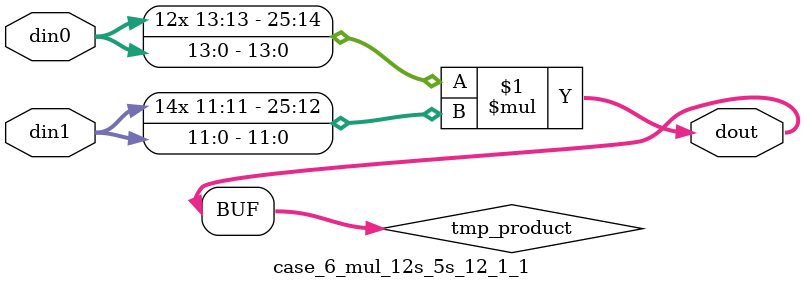
<source format=v>

`timescale 1 ns / 1 ps

 module case_6_mul_12s_5s_12_1_1(din0, din1, dout);
parameter ID = 1;
parameter NUM_STAGE = 0;
parameter din0_WIDTH = 14;
parameter din1_WIDTH = 12;
parameter dout_WIDTH = 26;

input [din0_WIDTH - 1 : 0] din0; 
input [din1_WIDTH - 1 : 0] din1; 
output [dout_WIDTH - 1 : 0] dout;

wire signed [dout_WIDTH - 1 : 0] tmp_product;



























assign tmp_product = $signed(din0) * $signed(din1);








assign dout = tmp_product;





















endmodule

</source>
